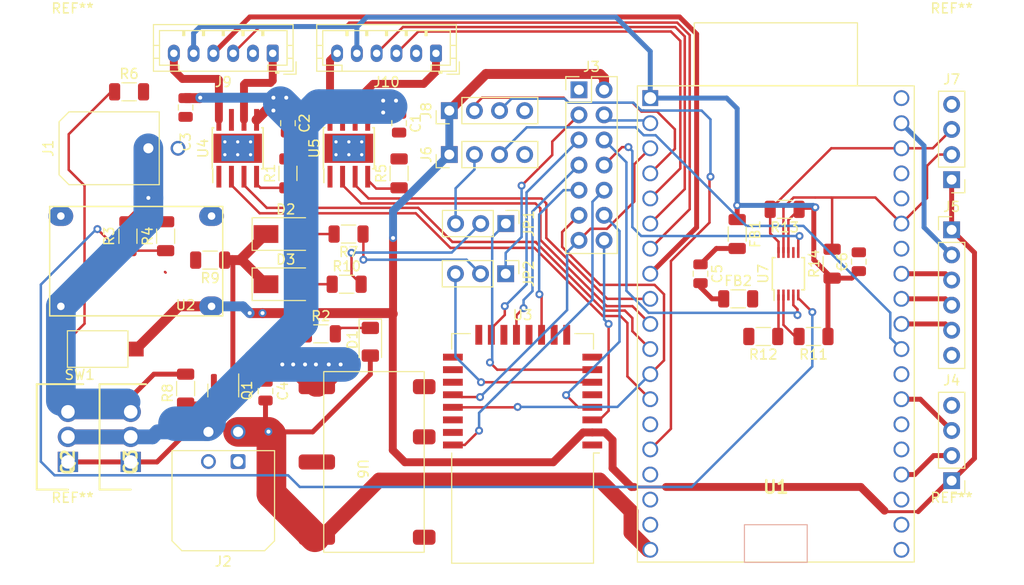
<source format=kicad_pcb>
(kicad_pcb (version 20211014) (generator pcbnew)
  (layers (0 "F.Cu" signal) (31 "B.Cu" signal) (34 "B.Paste" user) (35 "F.Paste" user) (36 "B.SilkS" user "B.Silkscreen") (37 "F.SilkS" user "F.Silkscreen") (38 "B.Mask" user) (39 "F.Mask" user) (44 "Edge.Cuts" user))
  (net 0 "")
  (net 1 "VBATT_GATED")
  (net 2 "GND")
  (net 3 "5V_GATED")
  (net 4 "Net-(C5-Pad1)")
  (net 5 "Net-(C5-Pad2)")
  (net 6 "3V3_ESP32")
  (net 7 "Net-(D1-Pad1)")
  (net 8 "Net-(D2-Pad1)")
  (net 9 "Net-(D2-Pad2)")
  (net 10 "Net-(D3-Pad2)")
  (net 11 "+BATT")
  (net 12 "/ESPEN")
  (net 13 "/E18P10")
  (net 14 "/E18P12")
  (net 15 "/E18P14")
  (net 16 "/E18RX")
  (net 17 "/E18TX")
  (net 18 "+3V3")
  (net 19 "/E18DC")
  (net 20 "/E18DD")
  (net 21 "/E18RST")
  (net 22 "/ADS2")
  (net 23 "/ADS0")
  (net 24 "/EXT1")
  (net 25 "/ESPIO4")
  (net 26 "/ESPIO15")
  (net 27 "/MOSI")
  (net 28 "/MISO")
  (net 29 "/SPICLK")
  (net 30 "/SPICS")
  (net 31 "/ESPIO13")
  (net 32 "/SCL")
  (net 33 "/SDA")
  (net 34 "/M1+")
  (net 35 "/M1enc1")
  (net 36 "/M1enc2")
  (net 37 "/M1-")
  (net 38 "/M2+")
  (net 39 "/M2enc1")
  (net 40 "/M2enc2")
  (net 41 "/M2-")
  (net 42 "/VBATT_maintain")
  (net 43 "/E18P16")
  (net 44 "/VBATT_trigger")
  (net 45 "/E18P17")
  (net 46 "Net-(Q1-Pad3)")
  (net 47 "Net-(R1-Pad1)")
  (net 48 "Net-(R5-Pad1)")
  (net 49 "Net-(R11-Pad2)")
  (net 50 "Net-(R12-Pad1)")
  (net 51 "/M2PWM1")
  (net 52 "/M2PWM2")
  (net 61 "/M1PWM1")
  (net 62 "/M1PWM2")
  (net 63 "/RXD0")
  (net 64 "/TXD0")
  (net 71 "/E18P15")
  (net 76 "/power_cutoff/5V_EN")
  (net 78 "/ESPIO39")
  (net 79 "/ADC/ADS_IN1")
  (net 82 "/ADC/ADS_IN3")
  (net 83 "/ESPIO16")
  (net 84 "/ESPIO17")
  (footprint "Resistor_SMD:R_1206_3216Metric" (layer "F.Cu") (at 238.1 57.4 90)
    (fp_text reference "R14")
    (fp_text value "10k")
  )
  (footprint "Resistor_SMD:R_1206_3216Metric" (layer "F.Cu") (at 233.3 51.9 180)
    (fp_text reference "R13")
    (fp_text value "10k")
  )
  (footprint "NDP6020P:TO254P470X1016X2019-3P" (layer "F.Cu") (at 167.17 77.465 90)
    (fp_text reference "Q3")
    (fp_text value "NDP6020P" hide)
  )
  (footprint "Resistor_SMD:R_1206_3216Metric" (layer "F.Cu") (at 183.07 48.26 90)
    (fp_text reference "R1")
    (fp_text value "18k")
  )
  (footprint "Connector_Molex:Molex_Micro-Fit_3.0_43045-0200_2x01_P3.00mm_Horizontal" (layer "F.Cu") (at 168.955 45.72 90)
    (fp_text reference "J1")
    (fp_text value "Conn_02x01")
  )
  (footprint "MountingHole:MountingHole_3mm" (layer "F.Cu") (at 250.19 85.09)
    (fp_text reference "REF**")
    (fp_text value "MountingHole_3mm")
  )
  (footprint "Resistor_SMD:R_1206_3216Metric" (layer "F.Cu") (at 228.6 60.96)
    (fp_text reference "FB2")
    (fp_text value "FerriteBead_Small")
  )
  (footprint "Resistor_SMD:R_1206_3216Metric" (layer "F.Cu") (at 189.2 54.4 180)
    (fp_text reference "R7")
    (fp_text value "220")
  )
  (footprint "Connector_Molex:Molex_Micro-Fit_3.0_43045-0400_2x02_P3.00mm_Horizontal" (layer "F.Cu") (at 178.03 77.425 180)
    (fp_text reference "J2")
    (fp_text value "Conn_02x02_Counter_Clockwise" hide)
  )
  (footprint "Connector_PinHeader_2.54mm:PinHeader_1x04_P2.54mm_Vertical" (layer "F.Cu") (at 250.19 48.895 180)
    (fp_text reference "J7")
    (fp_text value "Conn_01x04")
  )
  (footprint "Capacitor_SMD:C_0805_2012Metric" (layer "F.Cu") (at 180.8 70.3 90)
    (fp_text reference "C4")
    (fp_text value "10uF")
  )
  (footprint "Package_SO:TSSOP-10_3x3mm_P0.5mm" (layer "F.Cu") (at 233.68 58.42 90)
    (fp_text reference "U7")
    (fp_text value "ADS1115IDGS")
  )
  (footprint "Connector_PinHeader_2.54mm:PinHeader_1x04_P2.54mm_Vertical" (layer "F.Cu") (at 199.39 46.355 90)
    (fp_text reference "J6")
    (fp_text value "Conn_01x04")
  )
  (footprint "Connector_PinHeader_2.54mm:PinHeader_2x07_P2.54mm_Vertical" (layer "F.Cu") (at 212.5 39.8)
    (fp_text reference "J3")
    (fp_text value "Conn_02x07_Odd_Even")
  )
  (footprint "Resistor_SMD:R_1206_3216Metric" (layer "F.Cu") (at 228.5 54.4 -90)
    (fp_text reference "FB1")
    (fp_text value "FerriteBead_Small")
  )
  (footprint "Capacitor_SMD:C_0805_2012Metric" (layer "F.Cu") (at 183.07 43.18 -90)
    (fp_text reference "C2")
    (fp_text value "0.1uF")
  )
  (footprint "Resistor_SMD:R_1206_3216Metric" (layer "F.Cu") (at 170.7 54.62 90)
    (fp_text reference "R4")
    (fp_text value "5.1k")
  )
  (footprint "Connector_PinHeader_2.54mm:PinHeader_1x04_P2.54mm_Vertical" (layer "F.Cu") (at 199.39 41.91 90)
    (fp_text reference "J8")
    (fp_text value "Conn_01x04")
  )
  (footprint "Resistor_SMD:R_1206_3216Metric" (layer "F.Cu") (at 236.22 64.77 180)
    (fp_text reference "R11")
    (fp_text value "10k")
  )
  (footprint "MountingHole:MountingHole_3mm" (layer "F.Cu") (at 161.29 35.56)
    (fp_text reference "REF**")
    (fp_text value "MountingHole_3mm")
  )
  (footprint "Mini-360:Mini360" (layer "F.Cu") (at 167.725 57.15)
    (fp_text reference "U2")
    (fp_text value "Mini360")
  )
  (footprint "Diode_SMD:D_SMA" (layer "F.Cu") (at 182.85 59.48)
    (fp_text reference "D3")
    (fp_text value "1N5819")
  )
  (footprint "Resistor_SMD:R_1206_3216Metric" (layer "F.Cu") (at 175.2 57.0375 180)
    (fp_text reference "R9")
    (fp_text value "100k")
  )
  (footprint "Resistor_SMD:R_1206_3216Metric" (layer "F.Cu") (at 172.72 70.0425 -90)
    (fp_text reference "R8")
    (fp_text value "100k")
  )
  (footprint "Resistor_SMD:R_1206_3216Metric" (layer "F.Cu") (at 167.005 40.005)
    (fp_text reference "R6")
    (fp_text value "220k")
  )
  (footprint "Diode_SMD:D_SMA" (layer "F.Cu") (at 182.85 54.4)
    (fp_text reference "D2")
    (fp_text value "1N5819")
  )
  (footprint "Capacitor_SMD:C_0805_2012Metric" (layer "F.Cu") (at 240.8 57.2 90)
    (fp_text reference "C6")
    (fp_text value "1uF")
  )
  (footprint "Resistor_SMD:R_1206_3216Metric" (layer "F.Cu") (at 231.14 64.77 180)
    (fp_text reference "R12")
    (fp_text value "10k")
  )
  (footprint "Resistor_SMD:R_1206_3216Metric" (layer "F.Cu") (at 194.31 48.26 90)
    (fp_text reference "R5")
    (fp_text value "18k")
  )
  (footprint "MountingHole:MountingHole_3mm" (layer "F.Cu") (at 161.29 85.09)
    (fp_text reference "REF**")
    (fp_text value "MountingHole_3mm")
  )
  (footprint "Connector_PinHeader_2.54mm:PinHeader_1x04_P2.54mm_Vertical" (layer "F.Cu") (at 250.19 79.365 180)
    (fp_text reference "J4")
    (fp_text value "Conn_01x04")
  )
  (footprint "Connector_JST:JST_PH_B6B-PH-K_1x06_P2.00mm_Vertical" (layer "F.Cu") (at 198.04 36.11 180)
    (fp_text reference "J10")
    (fp_text value "Conn_01x06")
  )
  (footprint "Connector_JST:JST_PH_B6B-PH-K_1x06_P2.00mm_Vertical" (layer "F.Cu") (at 181.53 36.11 180)
    (fp_text reference "J9")
    (fp_text value "Conn_01x06")
  )
  (footprint "Components:2N3904_SOT-23" (layer "F.Cu") (at 176.53 70.235 -90)
    (fp_text reference "Q1")
    (fp_text value "2N3904" hide)
  )
  (footprint "Resistor_SMD:R_1206_3216Metric" (layer "F.Cu") (at 166.89 54.62 -90)
    (fp_text reference "R3")
    (fp_text value "18k")
  )
  (footprint "LED_SMD:LED_1206_3216Metric" (layer "F.Cu") (at 191.4 65.3 -90)
    (fp_text reference "D1")
    (fp_text value "LED")
  )
  (footprint "Connector_PinHeader_2.54mm:PinHeader_1x03_P2.54mm_Vertical" (layer "F.Cu") (at 205.09 58.42 -90)
    (fp_text reference "JP2")
    (fp_text value "Jumper_3_Open")
  )
  (footprint "PCB Modules:CKCS-BK03" (layer "F.Cu") (at 191.77 77.47 -90)
    (fp_text reference "U6")
    (fp_text value "CKCS_BK03")
  )
  (footprint "NDP6020P:TO254P470X1016X2019-3P" (layer "F.Cu") (at 160.82 77.465 90)
    (fp_text reference "Q2")
    (fp_text value "NDP6020P" hide)
  )
  (footprint "Capacitor_SMD:C_0805_2012Metric" (layer "F.Cu") (at 194.31 43.18 -90)
    (fp_text reference "C1")
    (fp_text value "0.1uF")
  )
  (footprint "Package_SO:Texas_HTSOP-8-1EP_3.9x4.9mm_P1.27mm_EP2.95x4.9mm_Mask2.4x3.1mm_ThermalVias" (layer "F.Cu") (at 189.23 45.72 90)
    (fp_text reference "U5")
    (fp_text value "DRV8871DDA")
  )
  (footprint "Button_Switch_SMD:SW_SPST_CK_RS282G05A3" (layer "F.Cu") (at 163.83 66.04 180)
    (fp_text reference "SW1")
    (fp_text value "SW_Push")
  )
  (footprint "RF_Module:E18-MS1-PCB" (layer "F.Cu") (at 206.8 76.1 180)
    (fp_text reference "U3")
    (fp_text value "E18-MS1-PCB")
  )
  (footprint "MountingHole:MountingHole_3mm" (layer "F.Cu") (at 250.19 35.56)
    (fp_text reference "REF**")
    (fp_text value "MountingHole_3mm")
  )
  (footprint "ESP32-DevKitC:DIP2600W100P254L5400H500Q38N" (layer "F.Cu") (at 232.41 63.5)
    (fp_text reference "U1")
    (fp_text value "ESP32-DevKitC" hide)
  )
  (footprint "Resistor_SMD:R_1206_3216Metric" (layer "F.Cu") (at 189.0075 59.48)
    (fp_text reference "R10")
    (fp_text value "220")
  )
  (footprint "Capacitor_SMD:C_0805_2012Metric" (layer "F.Cu") (at 224.79 58.42 -90)
    (fp_text reference "C5")
    (fp_text value "1uF")
  )
  (footprint "Capacitor_SMD:C_0805_2012Metric" (layer "F.Cu") (at 172.72 41.59 -90)
    (fp_text reference "C3")
    (fp_text value "10uF")
  )
  (footprint "Resistor_SMD:R_1206_3216Metric" (layer "F.Cu") (at 186.4 64.5 180)
    (fp_text reference "R2")
    (fp_text value "220")
  )
  (footprint "Package_SO:Texas_HTSOP-8-1EP_3.9x4.9mm_P1.27mm_EP2.95x4.9mm_Mask2.4x3.1mm_ThermalVias" (layer "F.Cu") (at 177.99 45.72 90)
    (fp_text reference "U4")
    (fp_text value "DRV8871DDA")
  )
  (footprint "Connector_PinHeader_2.54mm:PinHeader_1x03_P2.54mm_Vertical" (layer "F.Cu") (at 205.105 53.34 -90)
    (fp_text reference "JP1")
    (fp_text value "Jumper_3_Open")
  )
  (footprint "Connector_PinHeader_2.54mm:PinHeader_1x06_P2.54mm_Vertical" (layer "F.Cu") (at 250.19 53.975)
    (fp_text reference "J5")
    (fp_text value "Conn_01x06")
  )
  (segment (start 192.98 40.9) (end 194.31 42.23) (width 1) (layer "F.Cu") (net 1))
  (segment (start 182.74 41.9) (end 183.07 42.23) (width 0.5) (layer "F.Cu") (net 1))
  (segment (start 194 40.9) (end 194 41.92) (width 1) (layer "F.Cu") (net 1))
  (segment (start 191.16452 42.81548) (end 191.16452 42.845) (width 1) (layer "F.Cu") (net 1))
  (segment (start 185.9915 69.85) (end 186.15 69.85) (width 2) (layer "F.Cu") (net 1))
  (segment (start 182.9 40.6) (end 182.9 42.06) (width 1) (layer "F.Cu") (net 1))
  (segment (start 192.7 42.1) (end 194.18 42.1) (width 1) (layer "F.Cu") (net 1))
  (segment (start 185.85 69.85) (end 183.6 67.6) (width 2) (layer "F.Cu") (net 1))
  (segment (start 194.18 42.1) (end 194.31 42.23) (width 1) (layer "F.Cu") (net 1))
  (segment (start 192.7 40.9) (end 192.98 40.9) (width 1) (layer "F.Cu") (net 1))
  (segment (start 182.5 67.6) (end 188.4 67.6) (width 2) (layer "F.Cu") (net 1))
  (segment (start 174.16 40.64) (end 174.2 40.6) (width 1) (layer "F.Cu") (net 1))
  (segment (start 192.7 40.9) (end 194 40.9) (width 1) (layer "F.Cu") (net 1))
  (segment (start 186.15 69.85) (end 188.4 67.6) (width 2) (layer "F.Cu") (net 1))
  (segment (start 181.6 40.6) (end 181.6 41.9) (width 1) (layer "F.Cu") (net 1))
  (segment (start 181.6 41.9) (end 182.74 41.9) (width 1) (layer "F.Cu") (net 1))
  (segment (start 172.72 40.64) (end 174.16 40.64) (width 1) (layer "F.Cu") (net 1))
  (segment (start 160.82 74.93) (end 160.655 74.93) (width 0.8) (layer "F.Cu") (net 1))
  (segment (start 185.9915 69.85) (end 185.85 69.85) (width 2) (layer "F.Cu") (net 1))
  (segment (start 180.84 41.9) (end 181.6 41.9) (width 1) (layer "F.Cu") (net 1))
  (segment (start 192.7 42.1) (end 191.88 42.1) (width 1) (layer "F.Cu") (net 1))
  (segment (start 194 41.92) (end 194.31 42.23) (width 1) (layer "F.Cu") (net 1))
  (segment (start 179.895 42.845) (end 180.84 41.9) (width 1) (layer "F.Cu") (net 1))
  (segment (start 191.88 42.1) (end 191.16452 42.81548) (width 1) (layer "F.Cu") (net 1))
  (segment (start 182.2 41.3) (end 181.6 40.7) (width 1) (layer "F.Cu") (net 1))
  (segment (start 192.7 42.1) (end 192.7 40.9) (width 1) (layer "F.Cu") (net 1))
  (segment (start 160.82 74.93) (end 167.17 74.93) (width 1.5) (layer "F.Cu") (net 1))
  (segment (start 181.6 40.7) (end 181.6 40.6) (width 1) (layer "F.Cu") (net 1))
  (segment (start 181.6 40.6) (end 182.9 40.6) (width 1) (layer "F.Cu") (net 1))
  (segment (start 182.9 42.06) (end 183.07 42.23) (width 0.5) (layer "F.Cu") (net 1))
  (via (at 194 40.9) (size 0.8) (drill 0.4) (layers "F.Cu" "B.Cu") (net 1))
  (via (at 183.6 67.6) (size 0.8) (drill 0.4) (layers "F.Cu" "B.Cu") (net 1))
  (via (at 182.5 67.6) (size 0.8) (drill 0.4) (layers "F.Cu" "B.Cu") (net 1))
  (via (at 187.2 67.6) (size 0.8) (drill 0.4) (layers "F.Cu" "B.Cu") (net 1))
  (via (at 185.9 67.6) (size 0.8) (drill 0.4) (layers "F.Cu" "B.Cu") (net 1))
  (via (at 182.9 40.6) (size 0.8) (drill 0.4) (layers "F.Cu" "B.Cu") (net 1))
  (via (at 181.6 40.6) (size 0.8) (drill 0.4) (layers "F.Cu" "B.Cu") (net 1))
  (via (at 192.7 42.1) (size 0.8) (drill 0.4) (layers "F.Cu" "B.Cu") (net 1))
  (via (at 181.6 41.9) (size 0.8) (drill 0.4) (layers "F.Cu" "B.Cu") (net 1))
  (via (at 174.2 40.6) (size 0.8) (drill 0.4) (layers "F.Cu" "B.Cu") (net 1))
  (via (at 184.8 67.6) (size 0.8) (drill 0.4) (layers "F.Cu" "B.Cu") (net 1))
  (via (at 192.7 40.9) (size 0.8) (drill 0.4) (layers "F.Cu" "B.Cu") (net 1))
  (via (at 188.4 67.6) (size 0.8) (drill 0.4) (layers "F.Cu" "B.Cu") (net 1))
  (segment (start 188.4 67.6) (end 188.7 67.6) (width 3.5) (layer "B.Cu") (net 1))
  (segment (start 184.4 43.3) (end 186.2 41.5) (width 3.5) (layer "B.Cu") (net 1))
  (segment (start 160.82 74.93) (end 167.17 74.93) (width 1.5) (layer "B.Cu") (net 1))
  (segment (start 182.3 41.2) (end 184.4 43.3) (width 3.5) (layer "B.Cu") (net 1))
  (segment (start 179.8 67.9) (end 180.1 67.6) (width 1.5) (layer "B.Cu") (net 1))
  (segment (start 175.03 73.47) (end 174.9 73.6) (width 3.5) (layer "B.Cu") (net 1))
  (segment (start 186.2 41.5) (end 193.4 41.5) (width 3.5) (layer "B.Cu") (net 1))
  (segment (start 175.03 72.67) (end 175.03 73.47) (width 3.5) (layer "B.Cu") (net 1))
  (segment (start 167.17 74.93) (end 169.37 74.93) (width 1.5) (layer "B.Cu") (net 1))
  (segment (start 169.875 74.425) (end 175.03 74.425) (width 1.5) (layer "B.Cu") (net 1))
  (segment (start 174.9 73.6) (end 171.7 73.6) (width 3.5) (layer "B.Cu") (net 1))
  (segment (start 187.2 67.6) (end 188.4 67.6) (width 3.5) (layer "B.Cu") (net 1))
  (segment (start 169.37 74.93) (end 169.875 74.425) (width 1.5) (layer "B.Cu") (net 1))
  (segment (start 179.8 67.9) (end 175.03 72.67) (width 3.5) (layer "B.Cu") (net 1))
  (segment (start 180.1 67.6) (end 184.4 63.3) (width 3.5) (layer "B.Cu") (net 1))
  (segment (start 184.4 63.3) (end 184.4 43.3) (width 3.5) (layer "B.Cu") (net 1))
  (segment (start 174.2 40.6) (end 181.6 40.6) (width 1) (layer "B.Cu") (net 1))
  (segment (start 180.1 67.6) (end 187.2 67.6) (width 3.5) (layer "B.Cu") (net 1))
  (segment (start 214.6 79.3) (end 217.760489 82.460489) (width 1.5) (layer "F.Cu") (net 3))
  (segment (start 191.4 68.6) (end 191.4 66.7) (width 0.5) (layer "F.Cu") (net 3))
  (segment (start 185.575 74.425) (end 191.4 68.6) (width 0.5) (layer "F.Cu") (net 3))
  (segment (start 181.4 80.7) (end 185.79 85.09) (width 3) (layer "F.Cu") (net 3))
  (segment (start 180.8 74.1) (end 181.125 74.425) (width 0.5) (layer "F.Cu") (net 3))
  (segment (start 180.8 71.25) (end 180.8 74.1) (width 0.5) (layer "F.Cu") (net 3))
  (segment (start 219.492974 86.36) (end 219.71 86.36) (width 1.5) (layer "F.Cu") (net 3))
  (segment (start 217.760489 82.460489) (end 217.760489 84.627515) (width 1.5) (layer "F.Cu") (net 3))
  (segment (start 192.3 79.3) (end 214.6 79.3) (width 1.5) (layer "F.Cu") (net 3))
  (segment (start 181.125 74.425) (end 181.4 74.7) (width 1.5) (layer "F.Cu") (net 3))
  (segment (start 217.760489 84.627515) (end 219.492974 86.36) (width 1.5) (layer "F.Cu") (net 3))
  (segment (start 181.4 74.7) (end 181.4 80.7) (width 3) (layer "F.Cu") (net 3))
  (segment (start 186.51 85.09) (end 192.3 79.3) (width 1.5) (layer "F.Cu") (net 3))
  (segment (start 181.125 74.425) (end 185.575 74.425) (width 0.5) (layer "F.Cu") (net 3))
  (segment (start 185.79 85.09) (end 186.51 85.09) (width 1.5) (layer "F.Cu") (net 3))
  (segment (start 185.79 85.09) (end 185.9915 85.09) (width 1.5) (layer "F.Cu") (net 3))
  (segment (start 178.03 74.425) (end 181.125 74.425) (width 3) (layer "F.Cu") (net 3))
  (via (at 181.1 74.4) (size 0.8) (drill 0.4) (layers "F.Cu" "B.Cu") (net 3))
  (segment (start 228.5 55.8625) (end 226.3975 55.8625) (width 0.5) (layer "F.Cu") (net 4))
  (segment (start 226.3975 55.8625) (end 224.79 57.47) (width 0.5) (layer "F.Cu") (net 4))
  (segment (start 224.79 59.37) (end 224.79 59.79) (width 0.5) (layer "F.Cu") (net 5))
  (segment (start 224.79 59.79) (end 225.96 60.96) (width 0.5) (layer "F.Cu") (net 5))
  (segment (start 225.96 60.96) (end 227.1375 60.96) (width 0.5) (layer "F.Cu") (net 5))
  (segment (start 238.1 58.8625) (end 240.0875 58.8625) (width 0.5) (layer "F.Cu") (net 6))
  (segment (start 236.249511 51.850489) (end 236.249511 57.012011) (width 0.5) (layer "F.Cu") (net 6))
  (segment (start 236.4 51.7) (end 236.249511 51.850489) (width 0.5) (layer "F.Cu") (net 6))
  (segment (start 233.68 52.9825) (end 234.7625 51.9) (width 0.25) (layer "F.Cu") (net 6))
  (segment (start 237.6825 64.77) (end 237.6825 59.28) (width 0.5) (layer "F.Cu") (net 6))
  (segment (start 236.249511 57.012011) (end 238.1 58.8625) (width 0.5) (layer "F.Cu") (net 6))
  (segment (start 228.5 51.5) (end 228.5 52.9375) (width 0.5) (layer "F.Cu") (net 6))
  (segment (start 237.6825 59.28) (end 238.1 58.8625) (width 0.5) (layer "F.Cu") (net 6))
  (segment (start 240.0875 58.8625) (end 240.8 58.15) (width 0.5) (layer "F.Cu") (net 6))
  (segment (start 236.4 51.7) (end 234.9625 51.7) (width 0.5) (layer "F.Cu") (net 6))
  (segment (start 233.68 56.27) (end 233.68 52.9825) (width 0.25) (layer "F.Cu") (net 6))
  (segment (start 234.9625 51.7) (end 234.7625 51.9) (width 0.5) (layer "F.Cu") (net 6))
  (via (at 228.5 51.5) (size 0.8) (drill 0.4) (layers "F.Cu" "B.Cu") (net 6))
  (via (at 236.4 51.7) (size 0.8) (drill 0.4) (layers "F.Cu" "B.Cu") (net 6))
  (segment (start 236.2 51.5) (end 228.5 51.5) (width 0.5) (layer "B.Cu") (net 6))
  (segment (start 173.53 36.11) (end 173.53 34.07) (width 0.5) (layer "B.Cu") (net 6))
  (segment (start 190.04 33.44) (end 190.04 36.11) (width 0.5) (layer "B.Cu") (net 6))
  (segment (start 190.04 33.44) (end 191.029519 32.450481) (width 0.5) (layer "B.Cu") (net 6))
  (segment (start 227.44 40.64) (end 228.5 41.7) (width 0.5) (layer "B.Cu") (net 6))
  (segment (start 236.4 51.7) (end 236.2 51.5) (width 0.5) (layer "B.Cu") (net 6))
  (segment (start 219.71 40.64) (end 227.44 40.64) (width 0.5) (layer "B.Cu") (net 6))
  (segment (start 219.71 35.908598) (end 219.71 40.64) (width 0.5) (layer "B.Cu") (net 6))
  (segment (start 191.029519 32.450481) (end 216.251883 32.450481) (width 0.5) (layer "B.Cu") (net 6))
  (segment (start 228.5 41.7) (end 228.5 51.5) (width 0.5) (layer "B.Cu") (net 6))
  (segment (start 216.251883 32.450481) (end 219.71 35.908598) (width 0.5) (layer "B.Cu") (net 6))
  (segment (start 173.53 34.07) (end 174.2 33.4) (width 0.5) (layer "B.Cu") (net 6))
  (segment (start 190 33.4) (end 190.04 33.44) (width 0.5) (layer "B.Cu") (net 6))
  (segment (start 174.2 33.4) (end 190 33.4) (width 0.5) (layer "B.Cu") (net 6))
  (segment (start 191.4 63.9) (end 188.4625 63.9) (width 0.25) (layer "F.Cu") (net 7))
  (segment (start 170.6375 58.2375) (end 170.7 58.3) (width 0.25) (layer "F.Cu") (net 7))
  (segment (start 188.4625 63.9) (end 187.8625 64.5) (width 0.25) (layer "F.Cu") (net 7))
  (segment (start 177.5 69.2775) (end 177.5 57.1) (width 0.5) (layer "F.Cu") (net 8))
  (segment (start 177.4375 57.0375) (end 178.2125 57.0375) (width 1) (layer "F.Cu") (net 8))
  (segment (start 178.2125 57.0375) (end 180.85 54.4) (width 1) (layer "F.Cu") (net 8))
  (segment (start 177.5 57.1) (end 177.4375 57.0375) (width 0.5) (layer "F.Cu") (net 8))
  (segment (start 178.2125 57.0375) (end 178.4075 57.0375) (width 1) (layer "F.Cu") (net 8))
  (segment (start 178.4075 57.0375) (end 180.85 59.48) (width 1) (layer "F.Cu") (net 8))
  (segment (start 177.48 69.2975) (end 177.5 69.2775) (width 0.5) (layer "F.Cu") (net 8))
  (segment (start 176.6625 57.0375) (end 177.4375 57.0375) (width 1) (layer "F.Cu") (net 8))
  (segment (start 187.7375 54.4) (end 184.85 54.4) (width 0.25) (layer "F.Cu") (net 9))
  (segment (start 184.85 54.4) (end 184.85 54.45) (width 1.5) (layer "F.Cu") (net 9))
  (segment (start 184.85 54.45) (end 184.8 54.5) (width 1.5) (layer "F.Cu") (net 9))
  (segment (start 187.545 59.48) (end 184.85 59.48) (width 0.25) (layer "F.Cu") (net 10))
  (segment (start 169.52 68.58) (end 172.72 68.58) (width 0.5) (layer "F.Cu") (net 11))
  (segment (start 166.89 53.1575) (end 166.89 52.81) (width 0.25) (layer "F.Cu") (net 11))
  (segment (start 160.825 72.4) (end 167.175 72.4) (width 1.5) (layer "F.Cu") (net 11))
  (segment (start 167.17 72.395) (end 167.17 70.93) (width 0.5) (layer "F.Cu") (net 11))
  (segment (start 166.89 52.81) (end 168.955 50.745) (width 0.25) (layer "F.Cu") (net 11))
  (segment (start 167.17 70.93) (end 169.52 68.58) (width 0.5) (layer "F.Cu") (net 11))
  (via (at 168.955 50.745) (size 0.8) (drill 0.4) (layers "F.Cu" "B.Cu") (net 11))
  (segment (start 168.955 50.745) (end 168.955 52.87) (width 3) (layer "B.Cu") (net 11))
  (segment (start 168.955 45.72) (end 168.955 50.745) (width 3) (layer "B.Cu") (net 11))
  (segment (start 160.105 61.72) (end 160.105 71.295) (width 3) (layer "B.Cu") (net 11))
  (segment (start 160.1 71.675) (end 160.82 72.395) (width 2) (layer "B.Cu") (net 11))
  (segment (start 160.82 72.395) (end 167.17 72.395) (width 1.5) (layer "B.Cu") (net 11))
  (segment (start 166.795 71.295) (end 166.9 71.4) (width 2.5) (layer "B.Cu") (net 11))
  (segment (start 160.105 71.295) (end 160.1 71.3) (width 2.5) (layer "B.Cu") (net 11))
  (segment (start 168.955 52.87) (end 160.105 61.72) (width 3) (layer "B.Cu") (net 11))
  (segment (start 160.1 71.3) (end 160.1 71.675) (width 2) (layer "B.Cu") (net 11))
  (segment (start 160.105 71.295) (end 166.795 71.295) (width 2.5) (layer "B.Cu") (net 11))
  (segment (start 219.71 43.29) (end 219.7 43.3) (width 0.5) (layer "F.Cu") (net 12))
  (segment (start 219.71 43.18) (end 219.71 43.29) (width 0.5) (layer "F.Cu") (net 12))
  (segment (start 215.6 42.9) (end 219.43 42.9) (width 0.25) (layer "B.Cu") (net 12))
  (segment (start 215.04 42.34) (end 215.6 42.9) (width 0.25) (layer "B.Cu") (net 12))
  (segment (start 219.43 42.9) (end 219.71 43.18) (width 0.25) (layer "B.Cu") (net 12))
  (segment (start 205 61.7) (end 205 62.59) (width 0.25) (layer "F.Cu") (net 13))
  (segment (start 203.64 63.95) (end 203.64 64.6) (width 0.25) (layer "F.Cu") (net 13))
  (segment (start 205 62.59) (end 203.64 63.95) (width 0.25) (layer "F.Cu") (net 13))
  (via (at 205 61.7) (size 0.8) (drill 0.4) (layers "F.Cu" "B.Cu") (net 13))
  (segment (start 207.2 50.18) (end 212.5 44.88) (width 0.25) (layer "B.Cu") (net 13))
  (segment (start 207.2 59.5) (end 207.2 50.18) (width 0.25) (layer "B.Cu") (net 13))
  (segment (start 205 61.7) (end 207.2 59.5) (width 0.25) (layer "B.Cu") (net 13))
  (segment (start 206.18 62.62) (end 206.9 61.9) (width 0.25) (layer "F.Cu") (net 14))
  (segment (start 206.18 64.6) (end 206.18 62.62) (width 0.25) (layer "F.Cu") (net 14))
  (via (at 206.9 61.9) (size 0.8) (drill 0.4) (layers "F.Cu" "B.Cu") (net 14))
  (segment (start 206.9 61.9) (end 206.9 61.075386) (width 0.25) (layer "B.Cu") (net 14))
  (segment (start 207.8 52.12) (end 212.5 47.42) (width 0.25) (layer "B.Cu") (net 14))
  (segment (start 206.9 61.075386) (end 207.8 60.175386) (width 0.25) (layer "B.Cu") (net 14))
  (segment (start 207.8 60.175386) (end 207.8 52.12) (width 0.25) (layer "B.Cu") (net 14))
  (segment (start 208.72 64.6) (end 208.72 60.72) (width 0.25) (layer "F.Cu") (net 15))
  (segment (start 208.72 60.72) (end 208.5 60.5) (width 0.25) (layer "F.Cu") (net 15))
  (via (at 208.5 60.5) (size 0.8) (drill 0.4) (layers "F.Cu" "B.Cu") (net 15))
  (segment (start 208.475489 60.475489) (end 208.475489 52.424511) (width 0.25) (layer "B.Cu") (net 15))
  (segment (start 210.94 49.96) (end 212.5 49.96) (width 0.25) (layer "B.Cu") (net 15))
  (segment (start 208.475489 52.424511) (end 210.94 49.96) (width 0.25) (layer "B.Cu") (net 15))
  (segment (start 208.5 60.5) (end 208.475489 60.475489) (width 0.25) (layer "B.Cu") (net 15))
  (segment (start 219.71 68.58) (end 221.1 67.19) (width 0.25) (layer "F.Cu") (net 16))
  (segment (start 221.1 67.19) (end 221.1 60.5) (width 0.25) (layer "F.Cu") (net 16))
  (segment (start 210.8 54.2) (end 212.5 52.5) (width 0.25) (layer "F.Cu") (net 16))
  (segment (start 221.1 60.5) (end 220.144511 59.544511) (width 0.25) (layer "F.Cu") (net 16))
  (segment (start 199.75 71.94) (end 206.26 71.94) (width 0.25) (layer "F.Cu") (net 16))
  (segment (start 210.8 55.7) (end 210.8 54.2) (width 0.25) (layer "F.Cu") (net 16))
  (segment (start 214.644511 59.544511) (end 210.8 55.7) (width 0.25) (layer "F.Cu") (net 16))
  (segment (start 220.144511 59.544511) (end 214.644511 59.544511) (width 0.25) (layer "F.Cu") (net 16))
  (segment (start 206.26 71.94) (end 206.3 71.9) (width 0.25) (layer "F.Cu") (net 16))
  (via (at 206.3 71.9) (size 0.8) (drill 0.4) (layers "F.Cu" "B.Cu") (net 16))
  (segment (start 216.39 71.9) (end 219.71 68.58) (width 0.25) (layer "B.Cu") (net 16))
  (segment (start 206.3 71.9) (end 216.39 71.9) (width 0.25) (layer "B.Cu") (net 16))
  (segment (start 213.674511 53.865489) (end 212.5 55.04) (width 0.25) (layer "F.Cu") (net 17))
  (segment (start 218.1 51.10101) (end 215.335521 53.865489) (width 0.25) (layer "F.Cu") (net 17))
  (segment (start 200.63 70.9) (end 200.4 70.67) (width 0.25) (layer "F.Cu") (net 17))
  (segment (start 202.5 70.9) (end 200.63 70.9) (width 0.25) (layer "F.Cu") (net 17))
  (segment (start 199.82 70.6) (end 199.75 70.67) (width 0.25) (layer "F.Cu") (net 17))
  (segment (start 215.335521 53.865489) (end 213.674511 53.865489) (width 0.25) (layer "F.Cu") (net 17))
  (segment (start 200.4 70.67) (end 199.75 70.67) (width 0.25) (layer "F.Cu") (net 17))
  (segment (start 218.1 47.33) (end 218.1 51.10101) (width 0.25) (layer "F.Cu") (net 17))
  (segment (start 219.71 45.72) (end 218.1 47.33) (width 0.25) (layer "F.Cu") (net 17))
  (via (at 202.5 70.9) (size 0.8) (drill 0.4) (layers "F.Cu" "B.Cu") (net 17))
  (segment (start 211.3 56.24) (end 212.5 55.04) (width 0.25) (layer "B.Cu") (net 17))
  (segment (start 202.5 70.9) (end 211.3 62.1) (width 0.25) (layer "B.Cu") (net 17))
  (segment (start 211.3 62.1) (end 211.3 56.24) (width 0.25) (layer "B.Cu") (net 17))
  (segment (start 246.8 82.5) (end 243.5 82.5) (width 0.3) (layer "F.Cu") (net 18))
  (segment (start 212.92 74.48) (end 209.9 77.5) (width 0.8) (layer "F.Cu") (net 18))
  (segment (start 250.235 79.365) (end 252.5 77.1) (width 0.5) (layer "F.Cu") (net 18))
  (segment (start 250.19 53.975) (end 250.19 48.895) (width 0.5) (layer "F.Cu") (net 18))
  (segment (start 217.8 80) (end 218.1 80) (width 0.8) (layer "F.Cu") (net 18))
  (segment (start 215.9 75.250978) (end 215.9 78.1) (width 0.8) (layer "F.Cu") (net 18))
  (segment (start 252.5 77.1) (end 252.5 56.285) (width 0.5) (layer "F.Cu") (net 18))
  (segment (start 243.4 82.4) (end 241 80) (width 0.8) (layer "F.Cu") (net 18))
  (segment (start 214.642081 38.2) (end 203.1 38.2) (width 1) (layer "F.Cu") (net 18))
  (segment (start 249.655 79.9) (end 250.19 79.365) (width 0.25) (layer "F.Cu") (net 18))
  (segment (start 241 80) (end 221.3 80) (width 0.8) (layer "F.Cu") (net 18))
  (segment (start 179.2 62.4) (end 180.5 62.4) (width 1) (layer "F.Cu") (net 18))
  (segment (start 193.6725 76.2725) (end 193.6725 62.4725) (width 0.8) (layer "F.Cu") (net 18))
  (segment (start 194.9 77.5) (end 193.6725 76.2725) (width 0.8) (layer "F.Cu") (net 18))
  (segment (start 213.85 74.48) (end 215.129022 74.48) (width 0.8) (layer "F.Cu") (net 18))
  (segment (start 215.9 78.1) (end 217.8 80) (width 0.8) (layer "F.Cu") (net 18))
  (segment (start 193.7 54.8) (end 193.7 62.445) (width 0.8) (layer "F.Cu") (net 18))
  (segment (start 250.19 79.365) (end 250.235 79.365) (width 0.25) (layer "F.Cu") (net 18))
  (segment (start 252.5 56.285) (end 250.19 53.975) (width 0.5) (layer "F.Cu") (net 18))
  (segment (start 215.129022 74.48) (end 215.9 75.250978) (width 0.8) (layer "F.Cu") (net 18))
  (segment (start 249.935 79.365) (end 246.8 82.5) (width 0.5) (layer "F.Cu") (net 18))
  (segment (start 213.85 74.48) (end 212.92 74.48) (width 0.8) (layer "F.Cu") (net 18))
  (segment (start 250.19 79.365) (end 249.935 79.365) (width 0.5) (layer "F.Cu") (net 18))
  (segment (start 243.5 82.5) (end 243.4 82.4) (width 0.3) (layer "F.Cu") (net 18))
  (segment (start 180.5 62.4) (end 193.6 62.4) (width 1) (layer "F.Cu") (net 18))
  (segment (start 221.3 80) (end 218.1 80) (width 0.3) (layer "F.Cu") (net 18))
  (segment (start 215.04 39.8) (end 215.04 38.597919) (width 1) (layer "F.Cu") (net 18))
  (segment (start 175.345 61.72) (end 172.05 61.72) (width 1) (layer "F.Cu") (net 18))
  (segment (start 172.05 61.72) (end 167.73 66.04) (width 1) (layer "F.Cu") (net 18))
  (segment (start 193.6 62.4) (end 193.6725 62.4725) (width 1) (layer "F.Cu") (net 18))
  (segment (start 193.7 62.445) (end 193.6725 62.4725) (width 0.8) (layer "F.Cu") (net 18))
  (segment (start 209.9 77.5) (end 194.9 77.5) (width 0.8) (layer "F.Cu") (net 18))
  (segment (start 203.1 38.2) (end 199.39 41.91) (width 1) (layer "F.Cu") (net 18))
  (segment (start 215.04 38.597919) (end 214.642081 38.2) (width 1) (layer "F.Cu") (net 18))
  (via (at 193.7 54.8) (size 0.8) (drill 0.4) (layers "F.Cu" "B.Cu") (net 18))
  (via (at 180.5 62.4) (size 0.8) (drill 0.4) (layers "F.Cu" "B.Cu") (net 18))
  (via (at 179.2 62.4) (size 0.8) (drill 0.4) (layers "F.Cu" "B.Cu") (net 18))
  (segment (start 199.39 46.355) (end 199.39 41.91) (width 0.8) (layer "B.Cu") (net 18))
  (segment (start 175.345 61.72) (end 178.52 61.72) (width 1) (layer "B.Cu") (net 18))
  (segment (start 178.52 61.72) (end 179.2 62.4) (width 1) (layer "B.Cu") (net 18))
  (segment (start 193.7 52.045) (end 199.39 46.355) (width 0.8) (layer "B.Cu") (net 18))
  (segment (start 193.7 54.8) (end 193.7 52.045) (width 0.8) (layer "B.Cu") (net 18))
  (segment (start 215.5 63.5) (end 215.5 72.289022) (width 0.25) (layer "F.Cu") (net 19))
  (segment (start 214.579022 73.21) (end 213.85 73.21) (width 0.25) (layer "F.Cu") (net 19))
  (segment (start 215.5 72.289022) (end 214.579022 73.21) (width 0.25) (layer "F.Cu") (net 19))
  (via (at 215.5 63.5) (size 0.8) (drill 0.4) (layers "F.Cu" "B.Cu") (net 19))
  (segment (start 215.04 63.04) (end 215.04 55.04) (width 0.25) (layer "B.Cu") (net 19))
  (segment (start 215.5 63.5) (end 215.04 63.04) (width 0.25) (layer "B.Cu") (net 19))
  (segment (start 212.44 71.94) (end 213.85 71.94) (width 0.25) (layer "F.Cu") (net 20))
  (segment (start 211.2 70.7) (end 212.44 71.94) (width 0.25) (layer "F.Cu") (net 20))
  (via (at 211.2 70.7) (size 0.8) (drill 0.4) (layers "F.Cu" "B.Cu") (net 20))
  (segment (start 216.6 65.3) (end 216.6 54.1) (width 0.25) (layer "B.Cu") (net 20))
  (segment (start 216.214511 53.674511) (end 215.04 52.5) (width 0.25) (layer "B.Cu") (net 20))
  (segment (start 216.6 54.1) (end 216.214511 53.714511) (width 0.25) (layer "B.Cu") (net 20))
  (segment (start 211.2 70.7) (end 216.6 65.3) (width 0.25) (layer "B.Cu") (net 20))
  (segment (start 216.214511 53.714511) (end 216.214511 53.674511) (width 0.25) (layer "B.Cu") (net 20))
  (segment (start 202.4 74.3) (end 200.95 75.75) (width 0.25) (layer "F.Cu") (net 21))
  (segment (start 200.95 75.75) (end 199.75 75.75) (width 0.25) (layer "F.Cu") (net 21))
  (via (at 202.4 74.3) (size 0.8) (drill 0.4) (layers "F.Cu" "B.Cu") (net 21))
  (segment (start 204 70.9) (end 202.4 72.5) (width 0.25) (layer "B.Cu") (net 21))
  (segment (start 213.865489 51.134511) (end 213.865489 61.034511) (width 0.25) (layer "B.Cu") (net 21))
  (segment (start 202.4 72.5) (end 202.4 74.3) (width 0.25) (layer "B.Cu") (net 21))
  (segment (start 215.04 49.96) (end 213.865489 51.134511) (width 0.25) (layer "B.Cu") (net 21))
  (segment (start 213.865489 61.034511) (end 204 70.9) (width 0.25) (layer "B.Cu") (net 21))
  (segment (start 234.68 54.72) (end 234.68 56.27) (width 0.25) (layer "F.Cu") (net 22))
  (segment (start 216.86 45.6) (end 217.5 45.6) (width 0.25) (layer "F.Cu") (net 22))
  (segment (start 215.04 47.42) (end 216.86 45.6) (width 0.25) (layer "F.Cu") (net 22))
  (segment (start 234.8 54.6) (end 234.68 54.72) (width 0.25) (layer "F.Cu") (net 22))
  (via (at 217.5 45.6) (size 0.8) (drill 0.4) (layers "F.Cu" "B.Cu") (net 22))
  (via (at 234.8 54.6) (size 0.8) (drill 0.4) (layers "F.Cu" "B.Cu") (net 22))
  (segment (start 217.9 53.7) (end 217.9 46) (width 0.25) (layer "B.Cu") (net 22))
  (segment (start 218.8 54.6) (end 217.9 53.7) (width 0.25) (layer "B.Cu") (net 22))
  (segment (start 234.8 54.6) (end 218.8 54.6) (width 0.25) (layer "B.Cu") (net 22))
  (segment (start 217.9 46) (end 217.5 45.6) (width 0.25) (layer "B.Cu") (net 22))
  (segment (start 234.18 61.595386) (end 234.18 60.57) (width 0.25) (layer "F.Cu") (net 23))
  (segment (start 234.6 62.015386) (end 234.18 61.595386) (width 0.25) (layer "F.Cu") (net 23))
  (segment (start 234.6 62.6) (end 234.6 62.015386) (width 0.25) (layer "F.Cu") (net 23))
  (via (at 234.6 62.6) (size 0.8) (drill 0.4) (layers "F.Cu" "B.Cu") (net 23))
  (segment (start 219.535189 62.375489) (end 217.3 60.1403) (width 0.25) (layer "B.Cu") (net 23))
  (segment (start 217.3 47.14) (end 215.04 44.88) (width 0.25) (layer "B.Cu") (net 23))
  (segment (start 217.3 60.1403) (end 217.3 47.14) (width 0.25) (layer "B.Cu") (net 23))
  (segment (start 234.375489 62.375489) (end 219.535189 62.375489) (width 0.25) (layer "B.Cu") (net 23))
  (segment (start 234.6 62.6) (end 234.375489 62.375489) (width 0.25) (layer "B.Cu") (net 23))
  (segment (start 209.8 45.04) (end 212.5 42.34) (width 0.25) (layer "F.Cu") (net 24))
  (segment (start 206.7 49.5) (end 209.8 46.4) (width 0.25) (layer "F.Cu") (net 24))
  (segment (start 209.8 46.4) (end 209.8 45.04) (width 0.25) (layer "F.Cu") (net 24))
  (via (at 206.7 49.5) (size 0.8) (drill 0.4) (layers "F.Cu" "B.Cu") (net 24))
  (segment (start 206.7 49.5) (end 206.7 54.7) (width 0.25) (layer "B.Cu") (net 24))
  (segment (start 206.7 54.7) (end 205.09 56.31) (width 0.25) (layer "B.Cu") (net 24))
  (segment (start 205.09 56.31) (end 205.09 58.42) (width 0.25) (layer "B.Cu") (net 24))
  (segment (start 245.11 71.12) (end 247.025 71.12) (width 0.5) (layer "F.Cu") (net 25))
  (segment (start 247.025 71.12) (end 250.19 74.285) (width 0.5) (layer "F.Cu") (net 25))
  (segment (start 245.11 78.74) (end 246.46 78.74) (width 0.5) (layer "F.Cu") (net 26))
  (segment (start 248.375 76.825) (end 250.19 76.825) (width 0.5) (layer "F.Cu") (net 26))
  (segment (start 246.46 78.74) (end 248.375 76.825) (width 0.5) (layer "F.Cu") (net 26))
  (segment (start 245.11 43.18) (end 247.4 45.47) (width 0.5) (layer "B.Cu") (net 27))
  (segment (start 247.4 53.725) (end 250.19 56.515) (width 0.5) (layer "B.Cu") (net 27))
  (segment (start 247.4 45.47) (end 247.4 53.725) (width 0.5) (layer "B.Cu") (net 27))
  (segment (start 245.11 58.42) (end 249.555 58.42) (width 0.5) (layer "F.Cu") (net 28))
  (segment (start 249.555 58.42) (end 250.19 59.055) (width 0.5) (layer "F.Cu") (net 28))
  (segment (start 245.11 60.96) (end 249.555 60.96) (width 0.5) (layer "F.Cu") (net 29))
  (segment (start 249.555 60.96) (end 250.19 61.595) (width 0.5) (layer "F.Cu") (net 29))
  (segment (start 249.555 63.5) (end 250.19 64.135) (width 0.5) (layer "F.Cu") (net 30))
  (segment (start 245.11 63.5) (end 249.555 63.5) (width 0.5) (layer "F.Cu") (net 30))
  (segment (start 221.8 74.11) (end 219.71 76.2) (width 0.25) (layer "F.Cu") (net 31))
  (segment (start 225.7 48.7) (end 225.7 53.242494) (width 0.25) (layer "F.Cu") (net 31))
  (segment (start 221.8 57.142494) (end 221.8 74.11) (width 0.25) (layer "F.Cu") (net 31))
  (segment (start 225.8 48.6) (end 225.7 48.7) (width 0.25) (layer "F.Cu") (net 31))
  (segment (start 225.7 53.242494) (end 221.8 57.142494) (width 0.25) (layer "F.Cu") (net 31))
  (via (at 225.8 48.6) (size 0.8) (drill 0.4) (layers "F.Cu" "B.Cu") (net 31))
  (segment (start 211.050978 40.7) (end 211.450978 41.1) (width 0.25) (layer "B.Cu") (net 31))
  (segment (start 211.450978 41.1) (end 218 41.1) (width 0.25) (layer "B.Cu") (net 31))
  (segment (start 219.065717 41.9) (end 224.9 41.9) (width 0.25) (layer "B.Cu") (net 31))
  (segment (start 218.79048 41.89048) (end 219.056197 41.89048) (width 0.25) (layer "B.Cu") (net 31))
  (segment (start 219.056197 41.89048) (end 219.065717 41.9) (width 0.25) (layer "B.Cu") (net 31))
  (segment (start 224.9 41.9) (end 225.8 42.8) (width 0.25) (layer "B.Cu") (net 31))
  (segment (start 218 41.1) (end 218.79048 41.89048) (width 0.25) (layer "B.Cu") (net 31))
  (segment (start 204.47 41.91) (end 205.68 40.7) (width 0.25) (layer "B.Cu") (net 31))
  (segment (start 205.68 40.7) (end 211.050978 40.7) (width 0.25) (layer "B.Cu") (net 31))
  (segment (start 225.8 42.8) (end 225.8 48.6) (width 0.25) (layer "B.Cu") (net 31))
  (segment (start 231.8375 51.9) (end 238.0175 45.72) (width 0.25) (layer "F.Cu") (net 32))
  (segment (start 231.8375 54.3375) (end 232.68 55.18) (width 0.25) (layer "F.Cu") (net 32))
  (segment (start 232.68 55.18) (end 232.68 56.27) (width 0.25) (layer "F.Cu") (net 32))
  (segment (start 248.285 45.72) (end 250.19 43.815) (width 0.25) (layer "F.Cu") (net 32))
  (segment (start 245.11 45.72) (end 248.285 45.72) (width 0.25) (layer "F.Cu") (net 32))
  (segment (start 238.0175 45.72) (end 245.11 45.72) (width 0.25) (layer "F.Cu") (net 32))
  (segment (start 231.8375 51.9) (end 231.8375 54.3375) (width 0.25) (layer "F.Cu") (net 32))
  (segment (start 233.18 56.27) (end 233.18 51.732507) (width 0.25) (layer "F.Cu") (net 33))
  (segment (start 238.1 55.9375) (end 238.1 50.8) (width 0.25) (layer "F.Cu") (net 33))
  (segment (start 245.11 53.34) (end 247.7 50.75) (width 0.25) (layer "F.Cu") (net 33))
  (segment (start 247.7 47.5) (end 248.845 46.355) (width 0.25) (layer "F.Cu") (net 33))
  (segment (start 242.47048 50.70048) (end 245.11 53.34) (width 0.25) (layer "F.Cu") (net 33))
  (segment (start 234.212027 50.70048) (end 236.40048 50.70048) (width 0.25) (layer "F.Cu") (net 33))
  (segment (start 238.1 55.9375) (end 238.4125 56.25) (width 0.25) (layer "F.Cu") (net 33))
  (segment (start 238.1 50.8) (end 238.00048 50.70048) (width 0.25) (layer "F.Cu") (net 33))
  (segment (start 236.40048 50.70048) (end 238.00048 50.70048) (width 0.25) (layer "F.Cu") (net 33))
  (segment (start 233.18 51.732507) (end 234.212027 50.70048) (width 0.25) (layer "F.Cu") (net 33))
  (segment (start 238.00048 50.70048) (end 242.47048 50.70048) (width 0.25) (layer "F.Cu") (net 33))
  (segment (start 248.845 46.355) (end 250.19 46.355) (width 0.25) (layer "F.Cu") (net 33))
  (segment (start 247.7 50.75) (end 247.7 47.5) (width 0.25) (layer "F.Cu") (net 33))
  (segment (start 178.625 39.26922) (end 178.79422 39.1) (width 0.8) (layer "F.Cu") (net 34))
  (segment (start 181.53 38.87) (end 181.53 36.11) (width 0.8) (layer "F.Cu") (net 34))
  (segment (start 181.3 39.1) (end 181.53 38.87) (width 0.8) (layer "F.Cu") (net 34))
  (segment (start 178.625 42.845) (end 178.625 39.26922) (width 0.8) (layer "F.Cu") (net 34))
  (segment (start 178.79422 39.1) (end 181.3 39.1) (width 0.8) (layer "F.Cu") (net 34))
  (segment (start 179.213559 32.426441) (end 222.673692 32.426441) (width 0.5) (layer "F.Cu") (net 35))
  (segment (start 222.673692 32.426441) (end 224.4 34.152749) (width 0.5) (layer "F.Cu") (net 35))
  (segment (start 175.53 36.11) (end 179.213559 32.426441) (width 0.5) (layer "F.Cu") (net 35))
  (segment (start 224.4 34.152749) (end 224.4 53.73) (width 0.5) (layer "F.Cu") (net 35))
  (segment (start 224.4 53.73) (end 219.71 58.42) (width 0.5) (layer "F.Cu") (net 35))
  (segment (start 222.435717 33.00096) (end 223.7 34.265243) (width 0.25) (layer "F.Cu") (net 36))
  (segment (start 223.7 34.265243) (end 223.7 51.89) (width 0.25) (layer "F.Cu") (net 36))
  (segment (start 189.262468 33.00096) (end 222.435717 33.00096) (width 0.25) (layer "F.Cu") (net 36))
  (segment (start 188.963428 33.3) (end 189.262468 33.00096) (width 0.25) (layer "F.Cu") (net 36))
  (segment (start 180.34 33.3) (end 188.963428 33.3) (width 0.25) (layer "F.Cu") (net 36))
  (segment (start 223.7 51.89) (end 219.71 55.88) (width 0.25) (layer "F.Cu") (net 36))
  (segment (start 177.53 36.11) (end 180.34 33.3) (width 0.25) (layer "F.Cu") (net 36))
  (segment (start 176 38.7) (end 176.085 38.785) (width 0.8) (layer "F.Cu") (net 37))
  (segment (start 176.085 38.785) (end 176.085 42.845) (width 0.8) (layer "F.Cu") (net 37))
  (segment (start 171.53 37.83) (end 172.4 38.7) (width 0.8) (layer "F.Cu") (net 37))
  (segment (start 171.53 36.11) (end 171.53 37.83) (width 0.8) (layer "F.Cu") (net 37))
  (segment (start 172.4 38.7) (end 176 38.7) (width 0.8) (layer "F.Cu") (net 37))
  (segment (start 189.865 41.035) (end 191.7 39.2) (width 0.8) (layer "F.Cu") (net 38))
  (segment (start 196.8 39.2) (end 198.04 37.96) (width 0.8) (layer "F.Cu") (net 38))
  (segment (start 189.865 42.845) (end 189.865 41.035) (width 0.8) (layer "F.Cu") (net 38))
  (segment (start 191.7 39.2) (end 196.8 39.2) (width 0.8) (layer "F.Cu") (net 38))
  (segment (start 198.04 37.96) (end 198.04 36.11) (width 0.8) (layer "F.Cu") (net 38))
  (segment (start 192.04 36.11) (end 194.69952 33.45048) (width 0.25) (layer "F.Cu") (net 39))
  (segment (start 222.24952 33.45048) (end 223.2 34.40096) (width 0.25) (layer "F.Cu") (net 39))
  (segment (start 223.2 49.85) (end 219.71 53.34) (width 0.25) (layer "F.Cu") (net 39))
  (segment (start 194.69952 33.45048) (end 222.24952 33.45048) (width 0.25) (layer "F.Cu") (net 39))
  (segment (start 223.2 34.40096) (end 223.2 49.85) (width 0.25) (layer "F.Cu") (net 39))
  (segment (start 222.75048 34.85048) (end 222.75048 47.75952) (width 0.25) (layer "F.Cu") (net 40))
  (segment (start 194.04 36.11) (end 196.25 33.9) (width 0.25) (layer "F.Cu") (net 40))
  (segment (start 196.25 33.9) (end 221.8 33.9) (width 0.25) (layer "F.Cu") (net 40))
  (segment (start 222.75048 47.75952) (end 219.71 50.8) (width 0.25) (layer "F.Cu") (net 40))
  (segment (start 221.8 33.9) (end 222.75048 34.85048) (width 0.25) (layer "F.Cu") (net 40))
  (segment (start 187.325 36.825) (end 187.325 42.845) (width 0.8) (layer "F.Cu") (net 41))
  (segment (start 188.04 36.11) (end 187.325 36.825) (width 0.8) (layer "F.Cu") (net 41))
  (segment (start 189.5 56.3) (end 189.5 58.51) (width 0.25) (layer "F.Cu") (net 42))
  (segment (start 189.5 58.51) (end 190.47 59.48) (width 0.25) (layer "F.Cu") (net 42))
  (via (at 189.5 56.3) (size 0.8) (drill 0.4) (layers "F.Cu" "B.Cu") (net 42))
  (segment (start 189.524511 56.275489) (end 189.5 56.3) (width 0.25) (layer "B.Cu") (net 42))
  (segment (start 199.629511 56.275489) (end 189.524511 56.275489) (width 0.25) (layer "B.Cu") (net 42))
  (segment (start 202.565 53.34) (end 199.629511 56.275489) (width 0.25) (layer "B.Cu") (net 42))
  (segment (start 204.23 68.13) (end 203.5 67.4) (width 0.25) (layer "F.Cu") (net 43))
  (segment (start 213.85 68.13) (end 204.23 68.13) (width 0.25) (layer "F.Cu") (net 43))
  (via (at 203.5 67.4) (size 0.8) (drill 0.4) (layers "F.Cu" "B.Cu") (net 43))
  (segment (start 203.724511 54.720489) (end 205.105 53.34) (width 0.25) (layer "B.Cu") (net 43))
  (segment (start 203.724511 67.175489) (end 203.724511 54.720489) (width 0.25) (layer "B.Cu") (net 43))
  (segment (start 203.5 67.4) (end 203.724511 67.175489) (width 0.25) (layer "B.Cu") (net 43))
  (segment (start 165.195 40.005) (end 160.9 44.3) (width 0.25) (layer "F.Cu") (net 44))
  (segment (start 190.7 54.4375) (end 190.6625 54.4) (width 0.25) (layer "F.Cu") (net 44))
  (segment (start 160.9 47.9) (end 162.5 49.5) (width 0.25) (layer "F.Cu") (net 44))
  (segment (start 162.5 63.47) (end 159.93 66.04) (width 0.25) (layer "F.Cu") (net 44))
  (segment (start 162.5 49.5) (end 162.5 63.47) (width 0.25) (layer "F.Cu") (net 44))
  (segment (start 190.7 57) (end 190.7 54.4375) (width 0.25) (layer "F.Cu") (net 44))
  (segment (start 160.9 44.3) (end 160.9 47.9) (width 0.25) (layer "F.Cu") (net 44))
  (segment (start 165.5425 40.005) (end 165.195 40.005) (width 0.25) (layer "F.Cu") (net 44))
  (via (at 190.7 57) (size 0.8) (drill 0.4) (layers "F.Cu" "B.Cu") (net 44))
  (segment (start 190.7 57) (end 201.13 57) (width 0.25) (layer "B.Cu") (net 44))
  (segment (start 201.13 57) (end 202.55 58.42) (width 0.25) (layer "B.Cu") (net 44))
  (segment (start 213.85 69.4) (end 202.6 69.4) (width 0.25) (layer "F.Cu") (net 45))
  (via (at 202.6 69.4) (size 0.8) (drill 0.4) (layers "F.Cu" "B.Cu") (net 45))
  (segment (start 202.6 69.4) (end 200.01 66.81) (width 0.25) (layer "B.Cu") (net 45))
  (segment (start 200.01 66.81) (end 200.01 58.42) (width 0.25) (layer "B.Cu") (net 45))
  (segment (start 160.82 77.465) (end 167.17 77.465) (width 0.5) (layer "F.Cu") (net 46))
  (segment (start 172.815 71.6) (end 172.72 71.505) (width 0.5) (layer "F.Cu") (net 46))
  (segment (start 169.835 77.465) (end 172.72 74.58) (width 0.5) (layer "F.Cu") (net 46))
  (segment (start 172.72 74.58) (end 172.72 71.505) (width 0.5) (layer "F.Cu") (net 46))
  (segment (start 176.53 71.1725) (end 176.4275 71.1725) (width 0.5) (layer "F.Cu") (net 46))
  (segment (start 176 71.6) (end 172.815 71.6) (width 0.5) (layer "F.Cu") (net 46))
  (segment (start 176.4275 71.1725) (end 176 71.6) (width 0.5) (layer "F.Cu") (net 46))
  (segment (start 167.17 77.465) (end 169.835 77.465) (width 0.5) (layer "F.Cu") (net 46))
  (segment (start 180.293478 49.7225) (end 183.07 49.7225) (width 0.25) (layer "F.Cu") (net 47))
  (segment (start 179.895 49.324022) (end 180.293478 49.7225) (width 0.25) (layer "F.Cu") (net 47))
  (segment (start 179.895 48.595) (end 179.895 49.324022) (width 0.25) (layer "F.Cu") (net 47))
  (segment (start 191.135 48.595) (end 191.135 48.935) (width 0.25) (layer "F.Cu") (net 48))
  (segment (start 194.2325 49.8) (end 194.31 49.7225) (width 0.25) (layer "F.Cu") (net 48))
  (segment (start 192 49.8) (end 194.2325 49.8) (width 0.25) (layer "F.Cu") (net 48))
  (segment (start 191.135 48.935) (end 192 49.8) (width 0.25) (layer "F.Cu") (net 48))
  (segment (start 233.18 60.57) (end 233.18 63.597507) (width 0.25) (layer "F.Cu") (net 49))
  (segment (start 233.18 63.597507) (end 234.352493 64.77) (width 0.25) (layer "F.Cu") (net 49))
  (segment (start 234.352493 64.77) (end 234.7575 64.77) (width 0.25) (layer "F.Cu") (net 49))
  (segment (start 232.6025 64.77) (end 232.68 64.6925) (width 0.25) (layer "F.Cu") (net 50))
  (segment (start 232.68 64.6925) (end 232.68 60.57) (width 0.25) (layer "F.Cu") (net 50))
  (segment (start 215.36 60.96) (end 219.71 60.96) (width 0.25) (layer "F.Cu") (net 51))
  (segment (start 189.865 48.595) (end 189.865 49.445) (width 0.25) (layer "F.Cu") (net 51))
  (segment (start 189.865 49.445) (end 191.22 50.8) (width 0.25) (layer "F.Cu") (net 51))
  (segment (start 209.2 54.8) (end 215.36 60.96) (width 0.25) (layer "F.Cu") (net 51))
  (segment (start 209.2 51.3) (end 209.2 54.8) (width 0.25) (layer "F.Cu") (net 51))
  (segment (start 191.22 50.8) (end 208.7 50.8) (width 0.25) (layer "F.Cu") (net 51))
  (segment (start 208.7 50.8) (end 209.2 51.3) (width 0.25) (layer "F.Cu") (net 51))
  (segment (start 208.1 51.3) (end 208.6 51.8) (width 0.25) (layer "F.Cu") (net 52))
  (segment (start 190.45 51.3) (end 208.1 51.3) (width 0.25) (layer "F.Cu") (net 52))
  (segment (start 188.595 48.595) (end 188.595 49.445) (width 0.25) (layer "F.Cu") (net 52))
  (segment (start 215.3 61.7) (end 217.91 61.7) (width 0.25) (layer "F.Cu") (net 52))
  (segment (start 208.6 55) (end 215.3 61.7) (width 0.25) (layer "F.Cu") (net 52))
  (segment (start 217.91 61.7) (end 219.71 63.5) (width 0.25) (layer "F.Cu") (net 52))
  (segment (start 188.595 49.445) (end 190.45 51.3) (width 0.25) (layer "F.Cu") (net 52))
  (segment (start 208.6 51.8) (end 208.6 55) (width 0.25) (layer "F.Cu") (net 52))
  (segment (start 178.625 49.445) (end 180.92952 51.74952) (width 0.25) (layer "F.Cu") (net 61))
  (segment (start 196.24952 51.74952) (end 199.7 55.2) (width 0.25) (layer "F.Cu") (net 61))
  (segment (start 215.04952 62.14952) (end 217.14952 62.14952) (width 0.25) (layer "F.Cu") (net 61))
  (segment (start 178.625 48.595) (end 178.625 49.445) (width 0.25) (layer "F.Cu") (net 61))
  (segment (start 208.15048 55.2) (end 208.15048 55.25048) (width 0.25) (layer "F.Cu") (net 61))
  (segment (start 217.14952 62.14952) (end 217.9 62.9) (width 0.25) (layer "F.Cu") (net 61))
  (segment (start 217.9 64.23) (end 219.71 66.04) (width 0.25) (layer "F.Cu") (net 61))
  (segment (start 208.15048 55.25048) (end 215.04952 62.14952) (width 0.25) (layer "F.Cu") (net 61))
  (segment (start 180.92952 51.74952) (end 196.24952 51.74952) (width 0.25) (layer "F.Cu") (net 61))
  (segment (start 199.7 55.2) (end 208.15048 55.2) (width 0.25) (layer "F.Cu") (net 61))
  (segment (start 217.9 62.9) (end 217.9 64.23) (width 0.25) (layer "F.Cu") (net 61))
  (segment (start 217.4 68.81) (end 219.71 71.12) (width 0.25) (layer "F.Cu") (net 62))
  (segment (start 216.7 62.7) (end 217.4 63.4) (width 0.25) (layer "F.Cu") (net 62))
  (segment (start 180.21 52.3) (end 196 52.3) (width 0.25) (layer "F.Cu") (net 62))
  (segment (start 217.4 63.4) (end 217.4 68.81) (width 0.25) (layer "F.Cu") (net 62))
  (segment (start 177.355 49.445) (end 180.21 52.3) (width 0.25) (layer "F.Cu") (net 62))
  (segment (start 177.355 48.595) (end 177.355 49.445) (width 0.25) (layer "F.Cu") (net 62))
  (segment (start 214.9 62.7) (end 216.7 62.7) (width 0.25) (layer "F.Cu") (net 62))
  (segment (start 199.5 55.8) (end 208 55.8) (width 0.25) (layer "F.Cu") (net 62))
  (segment (start 208 55.8) (end 214.9 62.7) (width 0.25) (layer "F.Cu") (net 62))
  (segment (start 196 52.3) (end 199.5 55.8) (width 0.25) (layer "F.Cu") (net 62))
  (segment (start 222.2 45.77) (end 219.71 48.26) (width 0.25) (layer "F.Cu") (net 78))
  (segment (start 222.2 43.8) (end 222.2 45.77) (width 0.25) (layer "F.Cu") (net 78))
  (segment (start 220.4 42) (end 222.2 43.8) (width 0.25) (layer "F.Cu") (net 78))
  (segment (start 218.820978 42) (end 220.4 42) (width 0.25) (layer "F.Cu") (net 78))
  (segment (start 202.7 40.6) (end 210.950978 40.6) (width 0.25) (layer "F.Cu") (net 78))
  (segment (start 211.450978 41.1) (end 217.920978 41.1) (width 0.25) (layer "F.Cu") (net 78))
  (segment (start 201.93 41.91) (end 201.93 41.37) (width 0.25) (layer "F.Cu") (net 78))
  (segment (start 201.93 41.37) (end 202.7 40.6) (width 0.25) (layer "F.Cu") (net 78))
  (segment (start 217.920978 41.1) (end 218.820978 42) (width 0.25) (layer "F.Cu") (net 78))
  (segment (start 210.950978 40.6) (end 211.450978 41.1) (width 0.25) (layer "F.Cu") (net 78))
  (segment (start 234.68 60.88) (end 234.68 60.57) (width 0.25) (layer "F.Cu") (net 79))
  (segment (start 166.89 56.0825) (end 170.7 56.0825) (width 0.25) (layer "F.Cu") (net 79))
  (segment (start 163.8 53.9) (end 165.9825 56.0825) (width 0.25) (layer "F.Cu") (net 79))
  (segment (start 165.9825 56.0825) (end 166.89 56.0825) (width 0.25) (layer "F.Cu") (net 79))
  (segment (start 236.1 62.3) (end 234.68 60.88) (width 0.25) (layer "F.Cu") (net 79))
  (via (at 236.1 62.3) (size 0.8) (drill 0.4) (layers "F.Cu" "B.Cu") (net 79))
  (via (at 163.8 53.9) (size 0.8) (drill 0.4) (layers "F.Cu" "B.Cu") (net 79))
  (segment (start 236.1 67.8) (end 223.9 80) (width 0.25) (layer "B.Cu") (net 79))
  (segment (start 183.082989 78.817011) (end 159.467989 78.817011) (width 0.25) (layer "B.Cu") (net 79))
  (segment (start 163.7 53.9) (end 163.8 53.9) (width 0.25) (layer "B.Cu") (net 79))
  (segment (start 223.9 80) (end 184.265978 80) (width 0.25) (layer "B.Cu") (net 79))
  (segment (start 184.265978 80) (end 183.082989 78.817011) (width 0.25) (layer "B.Cu") (net 79))
  (segment (start 236.1 62.3) (end 236.1 67.8) (width 0.25) (layer "B.Cu") (net 79))
  (segment (start 159.467989 78.817011) (end 158.08048 77.429502) (width 0.25) (layer "B.Cu") (net 79))
  (segment (start 158.08048 59.51952) (end 163.7 53.9) (width 0.25) (layer "B.Cu") (net 79))
  (segment (start 158.08048 77.429502) (end 158.08048 59.51952) (width 0.25) (layer "B.Cu") (net 79))
  (segment (start 200.025 49.775) (end 201.93 47.87) (width 0.25) (layer "B.Cu") (net 83))
  (segment (start 200.025 53.34) (end 200.025 49.775) (width 0.25) (layer "B.Cu") (net 83))
  (segment (start 201.93 47.87) (end 201.93 46.355) (width 0.25) (layer "B.Cu") (net 83))
  (segment (start 204.47 46.355) (end 207.225 43.6) (width 0.25) (layer "B.Cu") (net 84))
  (segment (start 218.248722 43.6) (end 219.048722 44.4) (width 0.25) (layer "B.Cu") (net 84))
  (segment (start 207.225 43.6) (end 218.248722 43.6) (width 0.25) (layer "B.Cu") (net 84))
  (segment (start 229.430769 53.575489) (end 235.200103 53.575489) (width 0.25) (layer "B.Cu") (net 84))
  (segment (start 243.985489 62.360875) (end 243.985489 64.915489) (width 0.25) (layer "B.Cu") (net 84))
  (segment (start 243.985489 64.915489) (end 245.11 66.04) (width 0.25) (layer "B.Cu") (net 84))
  (segment (start 219.048722 44.4) (end 220.25528 44.4) (width 0.25) (layer "B.Cu") (net 84))
  (segment (start 235.200103 53.575489) (end 243.985489 62.360875) (width 0.25) (layer "B.Cu") (net 84))
  (segment (start 220.25528 44.4) (end 229.430769 53.575489) (width 0.25) (layer "B.Cu") (net 84))
)
</source>
